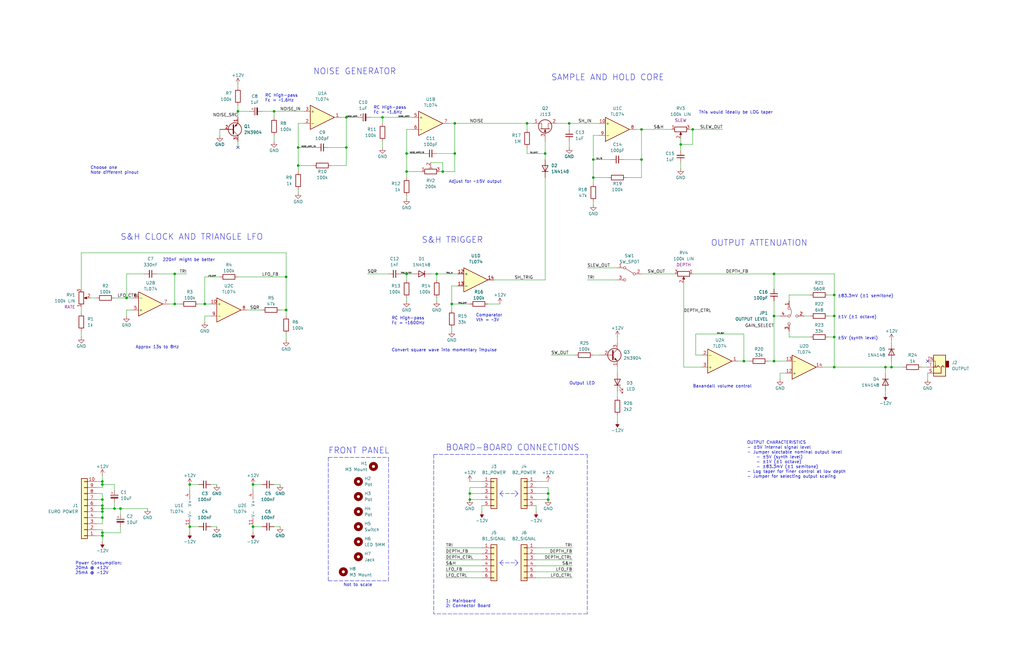
<source format=kicad_sch>
(kicad_sch (version 20211123) (generator eeschema)
  (paper "USLedger")
  (lib_symbols
    (symbol "Amplifier_Operational:TL074" (pin_names (offset 0.127))
      (property "Reference" "U" (at 0 5.08 0))
      (property "Value" "TL074" (at 0 -5.08 0))
      (symbol "TL074_1_1"
        (pin output line (at 7.62 0 180) (length 2.54) (name "~") (number "1"))
        (pin input line (at -7.62 -2.54 0) (length 2.54) (name "-") (number "2"))
        (pin input line (at -7.62 2.54 0) (length 2.54) (name "+") (number "3"))
      )
      (symbol "TL074_2_1"
        (pin input line (at -7.62 2.54 0) (length 2.54) (name "+") (number "5"))
        (pin input line (at -7.62 -2.54 0) (length 2.54) (name "-") (number "6"))
        (pin output line (at 7.62 0 180) (length 2.54) (name "~") (number "7"))
      )
      (symbol "TL074_3_1"
        (pin input line (at -7.62 2.54 0) (length 2.54) (name "+") (number "10"))
        (pin output line (at 7.62 0 180) (length 2.54) (name "~") (number "8"))
        (pin input line (at -7.62 -2.54 0) (length 2.54) (name "-") (number "9"))
      )
      (symbol "TL074_4_1"
        (pin input line (at -7.62 2.54 0) (length 2.54) (name "+") (number "12"))
        (pin input line (at -7.62 -2.54 0) (length 2.54) (name "-") (number "13"))
        (pin output line (at 7.62 0 180) (length 2.54) (name "~") (number "14"))
      )
      (symbol "TL074_5_1"
        (pin power_in line (at -2.54 -7.62 90) (length 3.81) (name "V-") (number "11"))
        (pin power_in line (at -2.54 7.62 270) (length 3.81) (name "V+") (number "4"))
      )
    )
    (symbol "Connector:AudioJack2_SwitchT"
      (property "Reference" "J" (at 0 8.89 0))
      (property "Value" "AudioJack2_SwitchT" (at 0 6.35 0))
      (symbol "AudioJack2_SwitchT_1_1"
        (pin passive line (at 5.08 2.54 180) (length 2.54) (name "~") (number "S"))
        (pin passive line (at 5.08 0 180) (length 2.54) (name "~") (number "T"))
        (pin passive line (at 5.08 -2.54 180) (length 2.54) (name "~") (number "TN"))
      )
    )
    (symbol "Connector_Generic:Conn_01x05" (pin_names (offset 1.016) hide)
      (property "Reference" "J" (at 0 7.62 0))
      (property "Value" "Conn_01x05" (at 0 -7.62 0))
      (symbol "Conn_01x05_1_1"
        (pin passive line (at -5.08 5.08 0) (length 3.81) (name "Pin_1") (number "1"))
        (pin passive line (at -5.08 2.54 0) (length 3.81) (name "Pin_2") (number "2"))
        (pin passive line (at -5.08 0 0) (length 3.81) (name "Pin_3") (number "3"))
        (pin passive line (at -5.08 -2.54 0) (length 3.81) (name "Pin_4") (number "4"))
        (pin passive line (at -5.08 -5.08 0) (length 3.81) (name "Pin_5") (number "5"))
      )
    )
    (symbol "Connector_Generic:Conn_01x06" (pin_names (offset 1.016) hide)
      (property "Reference" "J" (at 0 7.62 0))
      (property "Value" "Conn_01x06" (at 0 -10.16 0))
      (symbol "Conn_01x06_1_1"
        (pin passive line (at -5.08 5.08 0) (length 3.81) (name "Pin_1") (number "1"))
        (pin passive line (at -5.08 2.54 0) (length 3.81) (name "Pin_2") (number "2"))
        (pin passive line (at -5.08 0 0) (length 3.81) (name "Pin_3") (number "3"))
        (pin passive line (at -5.08 -2.54 0) (length 3.81) (name "Pin_4") (number "4"))
        (pin passive line (at -5.08 -5.08 0) (length 3.81) (name "Pin_5") (number "5"))
        (pin passive line (at -5.08 -7.62 0) (length 3.81) (name "Pin_6") (number "6"))
      )
    )
    (symbol "Connector_Generic:Conn_01x10" (pin_names (offset 1.016) hide)
      (property "Reference" "J" (at 0 12.7 0))
      (property "Value" "Conn_01x10" (at 0 -15.24 0))
      (symbol "Conn_01x10_1_1"
        (pin passive line (at -5.08 10.16 0) (length 3.81) (name "Pin_1") (number "1"))
        (pin passive line (at -5.08 -12.7 0) (length 3.81) (name "Pin_10") (number "10"))
        (pin passive line (at -5.08 7.62 0) (length 3.81) (name "Pin_2") (number "2"))
        (pin passive line (at -5.08 5.08 0) (length 3.81) (name "Pin_3") (number "3"))
        (pin passive line (at -5.08 2.54 0) (length 3.81) (name "Pin_4") (number "4"))
        (pin passive line (at -5.08 0 0) (length 3.81) (name "Pin_5") (number "5"))
        (pin passive line (at -5.08 -2.54 0) (length 3.81) (name "Pin_6") (number "6"))
        (pin passive line (at -5.08 -5.08 0) (length 3.81) (name "Pin_7") (number "7"))
        (pin passive line (at -5.08 -7.62 0) (length 3.81) (name "Pin_8") (number "8"))
        (pin passive line (at -5.08 -10.16 0) (length 3.81) (name "Pin_9") (number "9"))
      )
    )
    (symbol "Device:C_Polarized_Small" (pin_numbers hide) (pin_names (offset 0.254) hide)
      (property "Reference" "C" (at 0.254 1.778 0))
      (property "Value" "C_Polarized_Small" (at 0.254 -2.032 0))
      (symbol "C_Polarized_Small_1_1"
        (pin passive line (at 0 2.54 270) (length 1.8542) (name "~") (number "1"))
        (pin passive line (at 0 -2.54 90) (length 1.8542) (name "~") (number "2"))
      )
    )
    (symbol "Device:C_Small" (pin_numbers hide) (pin_names (offset 0.254) hide)
      (property "Reference" "C" (at 0.254 1.778 0))
      (property "Value" "C_Small" (at 0.254 -2.032 0))
      (symbol "C_Small_1_1"
        (pin passive line (at 0 2.54 270) (length 2.032) (name "~") (number "1"))
        (pin passive line (at 0 -2.54 90) (length 2.032) (name "~") (number "2"))
      )
    )
    (symbol "Device:D" (pin_numbers hide) (pin_names (offset 1.016) hide)
      (property "Reference" "D" (at 0 2.54 0))
      (property "Value" "D" (at 0 -2.54 0))
      (symbol "D_1_1"
        (pin passive line (at -3.81 0 0) (length 2.54) (name "K") (number "1"))
        (pin passive line (at 3.81 0 180) (length 2.54) (name "A") (number "2"))
      )
    )
    (symbol "Device:LED" (pin_numbers hide) (pin_names (offset 1.016) hide)
      (property "Reference" "D" (at 0 2.54 0))
      (property "Value" "LED" (at 0 -2.54 0))
      (symbol "LED_1_1"
        (pin passive line (at -3.81 0 0) (length 2.54) (name "K") (number "1"))
        (pin passive line (at 3.81 0 180) (length 2.54) (name "A") (number "2"))
      )
    )
    (symbol "Device:Q_NJFET_DSG" (pin_names (offset 0) hide)
      (property "Reference" "Q" (at 5.08 1.27 0))
      (property "Value" "Q_NJFET_DSG" (at 5.08 -1.27 0))
      (symbol "Q_NJFET_DSG_1_1"
        (pin passive line (at 2.54 5.08 270) (length 2.54) (name "D") (number "1"))
        (pin passive line (at 2.54 -5.08 90) (length 2.54) (name "S") (number "2"))
        (pin input line (at -5.08 0 0) (length 5.334) (name "G") (number "3"))
      )
    )
    (symbol "Device:R" (pin_numbers hide) (pin_names (offset 0))
      (property "Reference" "R" (at 2.032 0 90))
      (property "Value" "R" (at 0 0 90))
      (symbol "R_1_1"
        (pin passive line (at 0 3.81 270) (length 1.27) (name "~") (number "1"))
        (pin passive line (at 0 -3.81 90) (length 1.27) (name "~") (number "2"))
      )
    )
    (symbol "Device:R_Potentiometer" (pin_names (offset 1.016) hide)
      (property "Reference" "RV" (at -4.445 0 90))
      (property "Value" "R_Potentiometer" (at -2.54 0 90))
      (symbol "R_Potentiometer_1_1"
        (pin passive line (at 0 3.81 270) (length 1.27) (name "1") (number "1"))
        (pin passive line (at 3.81 0 180) (length 1.27) (name "2") (number "2"))
        (pin passive line (at 0 -3.81 90) (length 1.27) (name "3") (number "3"))
      )
    )
    (symbol "Device:R_Potentiometer_Trim" (pin_names (offset 1.016) hide)
      (property "Reference" "RV" (at -4.445 0 90))
      (property "Value" "R_Potentiometer_Trim" (at -2.54 0 90))
      (symbol "R_Potentiometer_Trim_1_1"
        (pin passive line (at 0 3.81 270) (length 1.27) (name "1") (number "1"))
        (pin passive line (at 3.81 0 180) (length 1.27) (name "2") (number "2"))
        (pin passive line (at 0 -3.81 90) (length 1.27) (name "3") (number "3"))
      )
    )
    (symbol "Mechanical:MountingHole" (pin_names (offset 1.016))
      (property "Reference" "H" (at 0 5.08 0))
      (property "Value" "MountingHole" (at 0 3.175 0))
    )
    (symbol "Switch:SW_SPDT" (pin_names (offset 0) hide)
      (property "Reference" "SW" (at 0 4.318 0))
      (property "Value" "SW_SPDT" (at 0 -5.08 0))
      (symbol "SW_SPDT_1_1"
        (pin passive line (at 5.08 2.54 180) (length 2.54) (name "A") (number "1"))
        (pin passive line (at -5.08 0 0) (length 2.54) (name "B") (number "2"))
        (pin passive line (at 5.08 -2.54 180) (length 2.54) (name "C") (number "3"))
      )
    )
    (symbol "Transistor_BJT:2N3904" (pin_names (offset 0) hide)
      (property "Reference" "Q" (at 5.08 1.905 0))
      (property "Value" "2N3904" (at 5.08 0 0))
      (symbol "2N3904_1_1"
        (pin passive line (at 2.54 -5.08 90) (length 2.54) (name "E") (number "1"))
        (pin passive line (at -5.08 0 0) (length 5.715) (name "B") (number "2"))
        (pin passive line (at 2.54 5.08 270) (length 2.54) (name "C") (number "3"))
      )
    )
    (symbol "kosmo-lib:Jumper_3_to_1" (pin_names (offset 0) hide)
      (property "Reference" "JP" (at 0 -8.89 0))
      (property "Value" "Jumper_3_to_1" (at 0 -10.795 0))
      (symbol "Jumper_3_to_1_1_1"
        (pin passive line (at 0 6.35 270) (length 2.54) (name "A") (number "1"))
        (pin passive line (at 6.35 0 180) (length 2.54) (name "C") (number "2"))
        (pin passive line (at 0 -6.35 90) (length 2.54) (name "B") (number "3"))
        (pin passive line (at -3.81 0 0) (length 2.54) (name "C") (number "4"))
      )
    )
    (symbol "power:+12V" (power) (pin_names (offset 0))
      (property "Value" "+12V" (at 0 3.556 0))
      (symbol "+12V_1_1"
        (pin power_in line (at 0 0 90) (length 0) hide (name "+12V") (number "1"))
      )
    )
    (symbol "power:-12V" (power) (pin_names (offset 0))
      (property "Value" "-12V" (at 0 3.81 0))
      (symbol "-12V_0_0"
        (pin power_in line (at 0 0 90) (length 0) hide (name "-12V") (number "1"))
      )
    )
    (symbol "power:GND" (power) (pin_names (offset 0))
      (property "Value" "GND" (at 0 -3.81 0))
      (symbol "GND_1_1"
        (pin power_in line (at 0 0 270) (length 0) hide (name "GND") (number "1"))
      )
    )
  )
  (junction (at 326.39 133.35))
  (junction (at 106.68 222.25))
  (junction (at 43.18 204.47))
  (junction (at 146.05 62.23))
  (junction (at 231.14 210.82))
  (junction (at 351.79 133.35))
  (junction (at 171.45 72.39))
  (junction (at 161.29 49.53))
  (junction (at 326.39 152.4))
  (junction (at 270.51 54.61))
  (junction (at 184.15 115.57))
  (junction (at 80.01 222.25))
  (junction (at 43.18 210.82))
  (junction (at 53.34 125.73))
  (junction (at 351.79 142.24))
  (junction (at 43.18 214.63))
  (junction (at 198.12 208.28))
  (junction (at 125.73 62.23))
  (junction (at 287.02 60.96))
  (junction (at 326.39 115.57))
  (junction (at 250.19 67.31))
  (junction (at 43.18 213.36))
  (junction (at 115.57 46.99))
  (junction (at 313.69 152.4))
  (junction (at 43.18 203.2))
  (junction (at 171.45 64.77))
  (junction (at 250.19 74.93))
  (junction (at 240.03 52.07))
  (junction (at 43.18 226.06))
  (junction (at 80.01 204.47))
  (junction (at 373.38 154.94))
  (junction (at 86.36 128.27))
  (junction (at 231.14 208.28))
  (junction (at 191.77 64.77))
  (junction (at 375.92 154.94))
  (junction (at 43.18 224.79))
  (junction (at 73.66 115.57))
  (junction (at 351.79 124.46))
  (junction (at 186.69 72.39))
  (junction (at 222.25 52.07))
  (junction (at 190.5 128.27))
  (junction (at 198.12 210.82))
  (junction (at 191.77 52.07))
  (junction (at 106.68 204.47))
  (junction (at 171.45 115.57))
  (junction (at 292.1 54.61))
  (junction (at 120.65 130.81))
  (junction (at 125.73 69.85))
  (junction (at 270.51 67.31))
  (junction (at 229.87 64.77))
  (junction (at 351.79 154.94))
  (junction (at 100.33 46.99))
  (junction (at 50.8 214.63))
  (junction (at 43.18 218.44))
  (junction (at 146.05 49.53))
  (junction (at 48.26 214.63))
  (junction (at 120.65 116.84))
  (junction (at 73.66 128.27))
  (junction (at 43.18 215.9))
  (no_connect (at 391.16 152.4))
  (no_connect (at 100.33 62.23))
  (wire (pts (xy 73.66 115.57) (xy 78.74 115.57)))
  (wire (pts (xy 332.74 127) (xy 332.74 124.46)))
  (wire (pts (xy 391.16 157.48) (xy 391.16 160.02)))
  (wire (pts (xy 161.29 49.53) (xy 161.29 52.07)))
  (wire (pts (xy 231.14 208.28) (xy 226.06 208.28)))
  (wire (pts (xy 66.04 115.57) (xy 73.66 115.57)))
  (wire (pts (xy 34.29 139.7) (xy 34.29 142.24)))
  (wire (pts (xy 53.34 130.81) (xy 53.34 133.35)))
  (wire (pts (xy 326.39 115.57) (xy 351.79 115.57)))
  (wire (pts (xy 326.39 127) (xy 326.39 133.35)))
  (wire (pts (xy 120.65 133.35) (xy 120.65 130.81)))
  (wire (pts (xy 146.05 49.53) (xy 146.05 62.23)))
  (wire (pts (xy 40.64 220.98) (xy 43.18 220.98)))
  (wire (pts (xy 48.26 214.63) (xy 50.8 214.63)))
  (wire (pts (xy 231.14 205.74) (xy 231.14 208.28)))
  (wire (pts (xy 171.45 72.39) (xy 171.45 74.93)))
  (polyline (pts (xy 210.82 208.28) (xy 212.09 207.01)))
  (wire (pts (xy 346.71 154.94) (xy 351.79 154.94)))
  (wire (pts (xy 373.38 165.1) (xy 373.38 166.37)))
  (wire (pts (xy 250.19 74.93) (xy 250.19 77.47)))
  (wire (pts (xy 222.25 64.77) (xy 229.87 64.77)))
  (wire (pts (xy 115.57 222.25) (xy 118.11 222.25)))
  (wire (pts (xy 115.57 204.47) (xy 118.11 204.47)))
  (wire (pts (xy 83.82 128.27) (xy 86.36 128.27)))
  (wire (pts (xy 351.79 133.35) (xy 351.79 124.46)))
  (wire (pts (xy 292.1 54.61) (xy 304.8 54.61)))
  (wire (pts (xy 339.09 133.35) (xy 341.63 133.35)))
  (wire (pts (xy 80.01 207.01) (xy 80.01 204.47)))
  (wire (pts (xy 115.57 46.99) (xy 128.27 46.99)))
  (wire (pts (xy 351.79 154.94) (xy 373.38 154.94)))
  (wire (pts (xy 185.42 72.39) (xy 186.69 72.39)))
  (wire (pts (xy 240.03 52.07) (xy 252.73 52.07)))
  (wire (pts (xy 288.29 119.38) (xy 288.29 154.94)))
  (wire (pts (xy 351.79 154.94) (xy 351.79 142.24)))
  (polyline (pts (xy 217.17 207.01) (xy 218.44 208.28)))
  (wire (pts (xy 293.37 140.97) (xy 313.69 140.97)))
  (wire (pts (xy 53.34 125.73) (xy 53.34 115.57)))
  (wire (pts (xy 226.06 205.74) (xy 231.14 205.74)))
  (wire (pts (xy 260.35 154.94) (xy 260.35 157.48)))
  (wire (pts (xy 250.19 149.86) (xy 252.73 149.86)))
  (wire (pts (xy 240.03 52.07) (xy 240.03 54.61)))
  (wire (pts (xy 86.36 116.84) (xy 92.71 116.84)))
  (wire (pts (xy 50.8 222.25) (xy 50.8 224.79)))
  (wire (pts (xy 231.14 208.28) (xy 231.14 210.82)))
  (wire (pts (xy 250.19 57.15) (xy 250.19 67.31)))
  (wire (pts (xy 43.18 203.2) (xy 43.18 204.47)))
  (wire (pts (xy 171.45 115.57) (xy 173.99 115.57)))
  (wire (pts (xy 203.2 213.36) (xy 203.2 215.9)))
  (wire (pts (xy 125.73 69.85) (xy 125.73 72.39)))
  (wire (pts (xy 106.68 222.25) (xy 110.49 222.25)))
  (wire (pts (xy 186.69 68.58) (xy 186.69 72.39)))
  (wire (pts (xy 267.97 54.61) (xy 270.51 54.61)))
  (wire (pts (xy 184.15 125.73) (xy 184.15 127)))
  (wire (pts (xy 351.79 142.24) (xy 349.25 142.24)))
  (polyline (pts (xy 210.82 237.49) (xy 218.44 237.49)))
  (wire (pts (xy 292.1 115.57) (xy 326.39 115.57)))
  (wire (pts (xy 260.35 165.1) (xy 260.35 167.64)))
  (polyline (pts (xy 138.43 193.04) (xy 138.43 245.11)))
  (wire (pts (xy 40.64 203.2) (xy 43.18 203.2)))
  (wire (pts (xy 168.91 115.57) (xy 171.45 115.57)))
  (wire (pts (xy 332.74 139.7) (xy 332.74 142.24)))
  (wire (pts (xy 43.18 224.79) (xy 43.18 223.52)))
  (wire (pts (xy 287.02 60.96) (xy 287.02 58.42)))
  (wire (pts (xy 43.18 214.63) (xy 43.18 213.36)))
  (wire (pts (xy 53.34 115.57) (xy 60.96 115.57)))
  (wire (pts (xy 226.06 213.36) (xy 226.06 215.9)))
  (wire (pts (xy 146.05 69.85) (xy 139.7 69.85)))
  (wire (pts (xy 328.93 157.48) (xy 331.47 157.48)))
  (wire (pts (xy 222.25 62.23) (xy 222.25 64.77)))
  (wire (pts (xy 326.39 115.57) (xy 326.39 121.92)))
  (polyline (pts (xy 210.82 237.49) (xy 212.09 238.76)))
  (wire (pts (xy 190.5 128.27) (xy 190.5 130.81)))
  (polyline (pts (xy 217.17 236.22) (xy 218.44 237.49)))
  (wire (pts (xy 50.8 214.63) (xy 62.23 214.63)))
  (wire (pts (xy 184.15 115.57) (xy 193.04 115.57)))
  (wire (pts (xy 349.25 133.35) (xy 351.79 133.35)))
  (wire (pts (xy 191.77 52.07) (xy 222.25 52.07)))
  (wire (pts (xy 187.96 241.3) (xy 203.2 241.3)))
  (wire (pts (xy 100.33 44.45) (xy 100.33 46.99)))
  (wire (pts (xy 88.9 133.35) (xy 86.36 133.35)))
  (wire (pts (xy 86.36 128.27) (xy 88.9 128.27)))
  (polyline (pts (xy 217.17 238.76) (xy 218.44 237.49)))
  (wire (pts (xy 88.9 222.25) (xy 91.44 222.25)))
  (wire (pts (xy 270.51 74.93) (xy 264.16 74.93)))
  (wire (pts (xy 100.33 35.56) (xy 100.33 36.83)))
  (wire (pts (xy 323.85 152.4) (xy 326.39 152.4)))
  (wire (pts (xy 229.87 64.77) (xy 229.87 59.69)))
  (polyline (pts (xy 247.65 191.77) (xy 247.65 259.08)))
  (wire (pts (xy 231.14 210.82) (xy 226.06 210.82)))
  (wire (pts (xy 34.29 129.54) (xy 34.29 132.08)))
  (wire (pts (xy 388.62 154.94) (xy 391.16 154.94)))
  (wire (pts (xy 115.57 46.99) (xy 115.57 49.53)))
  (wire (pts (xy 73.66 115.57) (xy 73.66 128.27)))
  (polyline (pts (xy 247.65 259.08) (xy 182.88 259.08)))
  (polyline (pts (xy 182.88 191.77) (xy 182.88 259.08)))
  (wire (pts (xy 48.26 204.47) (xy 43.18 204.47)))
  (wire (pts (xy 161.29 49.53) (xy 173.99 49.53)))
  (wire (pts (xy 171.45 64.77) (xy 179.07 64.77)))
  (wire (pts (xy 247.65 118.11) (xy 260.35 118.11)))
  (wire (pts (xy 250.19 85.09) (xy 250.19 86.36)))
  (wire (pts (xy 241.3 236.22) (xy 226.06 236.22)))
  (wire (pts (xy 234.95 52.07) (xy 240.03 52.07)))
  (wire (pts (xy 181.61 115.57) (xy 184.15 115.57)))
  (wire (pts (xy 287.02 68.58) (xy 287.02 71.12)))
  (wire (pts (xy 43.18 226.06) (xy 43.18 228.6)))
  (wire (pts (xy 43.18 210.82) (xy 43.18 208.28)))
  (polyline (pts (xy 210.82 208.28) (xy 212.09 209.55)))
  (wire (pts (xy 373.38 154.94) (xy 373.38 157.48)))
  (wire (pts (xy 171.45 64.77) (xy 171.45 72.39)))
  (wire (pts (xy 375.92 152.4) (xy 375.92 154.94)))
  (wire (pts (xy 125.73 52.07) (xy 125.73 62.23)))
  (wire (pts (xy 328.93 160.02) (xy 328.93 157.48)))
  (wire (pts (xy 270.51 115.57) (xy 284.48 115.57)))
  (wire (pts (xy 241.3 231.14) (xy 226.06 231.14)))
  (wire (pts (xy 351.79 115.57) (xy 351.79 124.46)))
  (wire (pts (xy 292.1 54.61) (xy 290.83 54.61)))
  (wire (pts (xy 287.02 60.96) (xy 287.02 63.5)))
  (polyline (pts (xy 163.83 245.11) (xy 163.83 193.04)))
  (wire (pts (xy 40.64 210.82) (xy 43.18 210.82)))
  (wire (pts (xy 203.2 205.74) (xy 198.12 205.74)))
  (wire (pts (xy 80.01 222.25) (xy 80.01 224.79)))
  (wire (pts (xy 118.11 130.81) (xy 120.65 130.81)))
  (wire (pts (xy 171.45 125.73) (xy 171.45 127)))
  (wire (pts (xy 190.5 138.43) (xy 190.5 139.7)))
  (wire (pts (xy 241.3 243.84) (xy 226.06 243.84)))
  (polyline (pts (xy 210.82 208.28) (xy 218.44 208.28)))
  (wire (pts (xy 292.1 60.96) (xy 292.1 54.61)))
  (wire (pts (xy 288.29 154.94) (xy 295.91 154.94)))
  (wire (pts (xy 262.89 67.31) (xy 270.51 67.31)))
  (wire (pts (xy 193.04 120.65) (xy 190.5 120.65)))
  (wire (pts (xy 241.3 233.68) (xy 226.06 233.68)))
  (wire (pts (xy 43.18 200.66) (xy 43.18 203.2)))
  (wire (pts (xy 146.05 49.53) (xy 151.13 49.53)))
  (wire (pts (xy 205.74 128.27) (xy 210.82 128.27)))
  (wire (pts (xy 125.73 52.07) (xy 128.27 52.07)))
  (wire (pts (xy 224.79 52.07) (xy 222.25 52.07)))
  (wire (pts (xy 313.69 152.4) (xy 316.23 152.4)))
  (wire (pts (xy 86.36 133.35) (xy 86.36 135.89)))
  (wire (pts (xy 43.18 218.44) (xy 43.18 215.9)))
  (polyline (pts (xy 182.88 191.77) (xy 247.65 191.77)))
  (wire (pts (xy 313.69 152.4) (xy 311.15 152.4)))
  (wire (pts (xy 184.15 115.57) (xy 184.15 118.11)))
  (wire (pts (xy 48.26 214.63) (xy 48.26 212.09)))
  (wire (pts (xy 43.18 208.28) (xy 40.64 208.28)))
  (wire (pts (xy 171.45 115.57) (xy 171.45 118.11)))
  (wire (pts (xy 40.64 223.52) (xy 43.18 223.52)))
  (wire (pts (xy 229.87 74.93) (xy 229.87 118.11)))
  (wire (pts (xy 48.26 125.73) (xy 53.34 125.73)))
  (wire (pts (xy 40.64 218.44) (xy 43.18 218.44)))
  (wire (pts (xy 250.19 57.15) (xy 252.73 57.15)))
  (wire (pts (xy 40.64 215.9) (xy 43.18 215.9)))
  (wire (pts (xy 184.15 64.77) (xy 191.77 64.77)))
  (wire (pts (xy 43.18 220.98) (xy 43.18 218.44)))
  (wire (pts (xy 120.65 106.68) (xy 34.29 106.68)))
  (wire (pts (xy 181.61 68.58) (xy 186.69 68.58)))
  (wire (pts (xy 191.77 64.77) (xy 191.77 72.39)))
  (wire (pts (xy 43.18 204.47) (xy 43.18 205.74)))
  (wire (pts (xy 73.66 128.27) (xy 71.12 128.27)))
  (wire (pts (xy 100.33 49.53) (xy 100.33 46.99)))
  (wire (pts (xy 208.28 118.11) (xy 229.87 118.11)))
  (wire (pts (xy 120.65 143.51) (xy 120.65 140.97)))
  (wire (pts (xy 198.12 203.2) (xy 203.2 203.2)))
  (wire (pts (xy 293.37 149.86) (xy 293.37 140.97)))
  (wire (pts (xy 250.19 67.31) (xy 250.19 74.93)))
  (wire (pts (xy 186.69 72.39) (xy 191.77 72.39)))
  (wire (pts (xy 50.8 217.17) (xy 50.8 214.63)))
  (wire (pts (xy 80.01 222.25) (xy 83.82 222.25)))
  (polyline (pts (xy 138.43 245.11) (xy 163.83 245.11)))
  (wire (pts (xy 43.18 214.63) (xy 48.26 214.63)))
  (wire (pts (xy 187.96 231.14) (xy 203.2 231.14)))
  (wire (pts (xy 34.29 106.68) (xy 34.29 121.92)))
  (wire (pts (xy 88.9 204.47) (xy 91.44 204.47)))
  (wire (pts (xy 100.33 62.23) (xy 100.33 59.69)))
  (wire (pts (xy 125.73 62.23) (xy 133.35 62.23)))
  (wire (pts (xy 146.05 62.23) (xy 146.05 69.85)))
  (wire (pts (xy 106.68 204.47) (xy 110.49 204.47)))
  (wire (pts (xy 115.57 57.15) (xy 115.57 59.69)))
  (wire (pts (xy 270.51 67.31) (xy 270.51 74.93)))
  (wire (pts (xy 313.69 140.97) (xy 313.69 152.4)))
  (wire (pts (xy 198.12 210.82) (xy 203.2 210.82)))
  (wire (pts (xy 100.33 116.84) (xy 120.65 116.84)))
  (wire (pts (xy 260.35 142.24) (xy 260.35 144.78)))
  (wire (pts (xy 154.94 115.57) (xy 163.83 115.57)))
  (wire (pts (xy 332.74 124.46) (xy 341.63 124.46)))
  (wire (pts (xy 43.18 224.79) (xy 50.8 224.79)))
  (wire (pts (xy 198.12 208.28) (xy 198.12 210.82)))
  (wire (pts (xy 187.96 233.68) (xy 203.2 233.68)))
  (wire (pts (xy 247.65 113.03) (xy 260.35 113.03)))
  (wire (pts (xy 189.23 52.07) (xy 191.77 52.07)))
  (wire (pts (xy 100.33 46.99) (xy 105.41 46.99)))
  (wire (pts (xy 110.49 46.99) (xy 115.57 46.99)))
  (wire (pts (xy 351.79 124.46) (xy 349.25 124.46)))
  (wire (pts (xy 295.91 149.86) (xy 293.37 149.86)))
  (wire (pts (xy 171.45 54.61) (xy 173.99 54.61)))
  (wire (pts (xy 287.02 60.96) (xy 292.1 60.96)))
  (wire (pts (xy 40.64 213.36) (xy 43.18 213.36)))
  (wire (pts (xy 191.77 52.07) (xy 191.77 64.77)))
  (wire (pts (xy 40.64 226.06) (xy 43.18 226.06)))
  (wire (pts (xy 86.36 128.27) (xy 86.36 116.84)))
  (wire (pts (xy 231.14 203.2) (xy 226.06 203.2)))
  (wire (pts (xy 171.45 54.61) (xy 171.45 64.77)))
  (wire (pts (xy 138.43 62.23) (xy 146.05 62.23)))
  (wire (pts (xy 241.3 238.76) (xy 226.06 238.76)))
  (wire (pts (xy 43.18 226.06) (xy 43.18 224.79)))
  (wire (pts (xy 132.08 69.85) (xy 125.73 69.85)))
  (wire (pts (xy 373.38 154.94) (xy 375.92 154.94)))
  (wire (pts (xy 53.34 125.73) (xy 55.88 125.73)))
  (wire (pts (xy 106.68 222.25) (xy 106.68 224.79)))
  (wire (pts (xy 73.66 128.27) (xy 76.2 128.27)))
  (wire (pts (xy 270.51 54.61) (xy 283.21 54.61)))
  (wire (pts (xy 177.8 72.39) (xy 171.45 72.39)))
  (wire (pts (xy 106.68 207.01) (xy 106.68 204.47)))
  (wire (pts (xy 240.03 59.69) (xy 240.03 62.23)))
  (wire (pts (xy 80.01 204.47) (xy 83.82 204.47)))
  (wire (pts (xy 332.74 142.24) (xy 341.63 142.24)))
  (wire (pts (xy 232.41 149.86) (xy 242.57 149.86)))
  (wire (pts (xy 48.26 207.01) (xy 48.26 204.47)))
  (wire (pts (xy 375.92 154.94) (xy 381 154.94)))
  (wire (pts (xy 104.14 130.81) (xy 110.49 130.81)))
  (wire (pts (xy 120.65 116.84) (xy 120.65 130.81)))
  (wire (pts (xy 351.79 142.24) (xy 351.79 133.35)))
  (wire (pts (xy 43.18 215.9) (xy 43.18 214.63)))
  (wire (pts (xy 190.5 120.65) (xy 190.5 128.27)))
  (wire (pts (xy 187.96 238.76) (xy 203.2 238.76)))
  (wire (pts (xy 328.93 133.35) (xy 326.39 133.35)))
  (wire (pts (xy 125.73 62.23) (xy 125.73 69.85)))
  (wire (pts (xy 43.18 205.74) (xy 40.64 205.74)))
  (wire (pts (xy 171.45 82.55) (xy 171.45 83.82)))
  (wire (pts (xy 326.39 133.35) (xy 326.39 152.4)))
  (wire (pts (xy 92.71 54.61) (xy 92.71 57.15)))
  (wire (pts (xy 156.21 49.53) (xy 161.29 49.53)))
  (wire (pts (xy 43.18 213.36) (xy 43.18 210.82)))
  (wire (pts (xy 270.51 54.61) (xy 270.51 67.31)))
  (wire (pts (xy 198.12 205.74) (xy 198.12 208.28)))
  (polyline (pts (xy 210.82 237.49) (xy 212.09 236.22)))
  (wire (pts (xy 241.3 241.3) (xy 226.06 241.3)))
  (wire (pts (xy 146.05 49.53) (xy 143.51 49.53)))
  (wire (pts (xy 260.35 175.26) (xy 260.35 177.8)))
  (wire (pts (xy 198.12 208.28) (xy 203.2 208.28)))
  (wire (pts (xy 120.65 106.68) (xy 120.65 116.84)))
  (wire (pts (xy 125.73 80.01) (xy 125.73 81.28)))
  (wire (pts (xy 38.1 125.73) (xy 40.64 125.73)))
  (wire (pts (xy 222.25 52.07) (xy 222.25 54.61)))
  (wire (pts (xy 229.87 64.77) (xy 229.87 67.31)))
  (wire (pts (xy 326.39 152.4) (xy 331.47 152.4)))
  (wire (pts (xy 55.88 130.81) (xy 53.34 130.81)))
  (wire (pts (xy 187.96 243.84) (xy 203.2 243.84)))
  (wire (pts (xy 250.19 67.31) (xy 257.81 67.31)))
  (wire (pts (xy 375.92 143.51) (xy 375.92 144.78)))
  (wire (pts (xy 190.5 128.27) (xy 198.12 128.27)))
  (wire (pts (xy 187.96 236.22) (xy 203.2 236.22)))
  (wire (pts (xy 161.29 59.69) (xy 161.29 62.23)))
  (polyline (pts (xy 217.17 209.55) (xy 218.44 208.28)))
  (polyline (pts (xy 138.43 193.04) (xy 163.83 193.04)))
  (wire (pts (xy 256.54 74.93) (xy 250.19 74.93)))
  (text "Power Consumption:\n20mA @ +12V\n25mA @ -12V" (at 31.75 242.57 0) (effects (font (size 1.27 1.27)) (justify left bottom)))
  (text "OUTPUT CHARACTERISTICS\n- ±5V internal signal level\n- Jumper slectable nominal output level\n    - ±5V (synth level)\n    - ±1V (±1 octave)\n    - ±83.3mV (±1 semitone)\n- Log taper for finer control at low depth\n- Jumper for selecting output scaling" (at 314.96 201.93 0) (effects (font (size 1.27 1.27)) (justify left bottom)))
  (text "Not to scale" (at 144.78 247.65 0) (effects (font (size 1.27 1.27)) (justify left bottom)))
  (text "This would ideally be LOG taper" (at 294.64 48.26 0) (effects (font (size 1.27 1.27)) (justify left bottom)))
  (text "Choose one\nNote different pinout" (at 38.1 73.66 0) (effects (font (size 1.27 1.27)) (justify left bottom)))
  (text "±5V (synth level)" (at 353.06 143.51 0) (effects (font (size 1.27 1.27)) (justify left bottom)))
  (text "NOISE GENERATOR" (at 132.08 31.75 0) (effects (font (size 2.54 2.54)) (justify left bottom)))
  (text "RC High-pass\nFc = ~1.6Hz" (at 157.48 48.26 0) (effects (font (size 1.27 1.27)) (justify left bottom)))
  (text "RC High-pass\nFc = ~1.6Hz" (at 111.76 43.18 0) (effects (font (size 1.27 1.27)) (justify left bottom)))
  (text "Approx 13s to 8Hz" (at 57.15 147.32 0) (effects (font (size 1.27 1.27)) (justify left bottom)))
  (text "Output LED" (at 240.03 162.56 0) (effects (font (size 1.27 1.27)) (justify left bottom)))
  (text "RC High-pass\nFc = ~1600Hz" (at 165.1 137.16 0) (effects (font (size 1.27 1.27)) (justify left bottom)))
  (text "±83.3mV (±1 semitone)" (at 353.06 125.73 0) (effects (font (size 1.27 1.27)) (justify left bottom)))
  (text "S&H TRIGGER" (at 177.8 102.87 0) (effects (font (size 2.54 2.54)) (justify left bottom)))
  (text "Convert square wave into momentary impulse" (at 165.1 148.59 0) (effects (font (size 1.27 1.27)) (justify left bottom)))
  (text "1: Mainboard\n2: Connector Board" (at 187.96 256.54 0) (effects (font (size 1.27 1.27)) (justify left bottom)))
  (text "220nF might be better" (at 68.58 110.49 0) (effects (font (size 1.27 1.27)) (justify left bottom)))
  (text "±1V (±1 octave)" (at 353.06 134.62 0) (effects (font (size 1.27 1.27)) (justify left bottom)))
  (text "OUTPUT ATTENUATION" (at 299.72 104.14 0) (effects (font (size 2.54 2.54)) (justify left bottom)))
  (text "Adjust for ~±5V output" (at 189.23 77.47 0) (effects (font (size 1.27 1.27)) (justify left bottom)))
  (text "Baxandall volume control" (at 292.1 163.83 0) (effects (font (size 1.27 1.27)) (justify left bottom)))
  (text "FRONT PANEL" (at 138.43 191.77 0) (effects (font (size 2.54 2.54)) (justify left bottom)))
  (text "BOARD-BOARD CONNECTIONS" (at 187.96 190.5 0) (effects (font (size 2.54 2.54)) (justify left bottom)))
  (text "S&H CLOCK AND TRIANGLE LFO" (at 50.8 101.6 0) (effects (font (size 2.54 2.54)) (justify left bottom)))
  (text "Comparator\nVth = ~3V" (at 200.66 135.89 0) (effects (font (size 1.27 1.27)) (justify left bottom)))
  (text "SAMPLE AND HOLD CORE" (at 232.41 34.29 0) (effects (font (size 2.54 2.54)) (justify left bottom)))
  (label "SH_GATE" (at 223.52 64.77 0) (effects (font (size 0.508 0.508))))
  (label "DEPTH_CTRL" (at 241.3 236.22 180))
  (label "GAIN_SELECT" (at 326.39 138.43 180))
  (label "NOISE_IN" (at 118.11 46.99 0))
  (label "NOISE" (at 198.12 52.07 0))
  (label "DEPTH_FB" (at 306.07 115.57 0))
  (label "TRI" (at 241.3 231.14 180))
  (label "NOISE_AMP1" (at 146.05 49.53 0) (effects (font (size 0.508 0.508))))
  (label "DEPTH_CTRL" (at 187.96 236.22 0))
  (label "S&H" (at 275.59 54.61 0))
  (label "DEPTH_FB" (at 241.3 233.68 180))
  (label "SH_IN" (at 243.84 52.07 0))
  (label "TRI" (at 78.74 115.57 180))
  (label "SLEW_OUT" (at 247.65 113.03 0))
  (label "SQR" (at 154.94 115.57 0))
  (label "LFO_CTRL" (at 241.3 243.84 180))
  (label "NOISE_AMP2_FB" (at 172.72 64.77 0) (effects (font (size 0.508 0.508))))
  (label "SH_FB" (at 251.46 67.31 0) (effects (font (size 0.508 0.508))))
  (label "TRI" (at 247.65 118.11 0))
  (label "LFO_FB" (at 110.49 116.84 0))
  (label "LFO_FB" (at 187.96 241.3 0))
  (label "TRI" (at 187.96 231.14 0))
  (label "LFO_CTRL" (at 49.53 125.73 0))
  (label "LFO_CMP" (at 87.63 116.84 0) (effects (font (size 0.508 0.508))))
  (label "DEPTH_FB" (at 187.96 233.68 0))
  (label "SH_TRIG" (at 224.79 118.11 180))
  (label "LFO_FB" (at 241.3 241.3 180))
  (label "NOISE_AMP1_FB" (at 127 62.23 0) (effects (font (size 0.508 0.508))))
  (label "SLEW_OUT" (at 304.8 54.61 180))
  (label "SW_OUT" (at 273.05 115.57 0))
  (label "DEPTH_CTRL" (at 288.29 132.08 0))
  (label "TRIG_FILTER" (at 168.91 115.57 0) (effects (font (size 0.508 0.508))))
  (label "S&H" (at 241.3 238.76 180))
  (label "NOISE_AMP2" (at 172.72 49.53 180) (effects (font (size 0.508 0.508))))
  (label "NOISE_SRC" (at 100.33 49.53 180))
  (label "SW_OUT" (at 232.41 149.86 0))
  (label "TRIG_IN" (at 187.96 115.57 0) (effects (font (size 0.508 0.508))))
  (label "SQR" (at 105.41 130.81 0))
  (label "INV_OUT" (at 302.26 140.97 0) (effects (font (size 0.508 0.508))))
  (label "TRIG_CMP" (at 193.04 128.27 0) (effects (font (size 0.508 0.508))))
  (label "S&H" (at 187.96 238.76 0))
  (label "LFO_CTRL" (at 187.96 243.84 0))
  (symbol (lib_id "Device:R_Potentiometer") (at 288.29 115.57 270) (unit 1)
    (property "Reference" "RV4" (at 288.29 106.68 90))
    (property "Value" "100k LIN" (at 288.29 109.22 90))
    (property "Footprint" "Potentiometer_THT:Potentiometer_TT_P0915N" (effects hide))
    (property "Function" "DEPTH" (at 288.29 111.76 90))
  )
  (symbol (lib_id "Device:R") (at 345.44 133.35 90) (unit 1)
    (property "Reference" "R22" (at 345.44 128.27 90))
    (property "Value" "6k8" (at 345.44 130.81 90))
    (property "Footprint" "Resistor_THT:R_Axial_DIN0207_L6.3mm_D2.5mm_P10.16mm_Horizontal" (effects hide))
  )
  (symbol (lib_id "power:GND") (at 161.29 62.23 0) (unit 1)
    (property "Reference" "#PWR017" (effects hide))
    (property "Value" "GND" (at 161.29 66.04 0))
  )
  (symbol (lib_id "Device:R_Potentiometer") (at 34.29 125.73 0) (mirror x) (unit 1)
    (property "Reference" "RV1" (at 31.75 124.4599 0) (effects (justify right)))
    (property "Value" "100k LIN" (at 31.75 126.9999 0) (effects (justify right)))
    (property "Footprint" "Potentiometer_THT:Potentiometer_TT_P0915N" (effects hide))
    (property "Function" "RATE" (at 31.75 129.54 0) (effects (justify right)))
  )
  (symbol (lib_id "Amplifier_Operational:TL074") (at 135.89 49.53 0) (unit 1)
    (property "Reference" "U1" (at 135.89 39.37 0))
    (property "Value" "TL074" (at 135.89 41.91 0))
    (property "Footprint" "Package_DIP:DIP-14_W7.62mm" (effects hide))
    (property "Datasheet" "http://www.ti.com/lit/ds/symlink/tl071.pdf" (effects hide))
  )
  (symbol (lib_id "power:GND") (at 171.45 83.82 0) (unit 1)
    (property "Reference" "#PWR018" (effects hide))
    (property "Value" "GND" (at 171.45 87.63 0))
  )
  (symbol (lib_id "Device:D") (at 229.87 71.12 90) (unit 1)
    (property "Reference" "D2" (at 232.41 69.8499 90) (effects (justify right)))
    (property "Value" "1N4148" (at 232.41 72.39 90) (effects (justify right)))
    (property "Footprint" "Diode_THT:D_DO-34_SOD68_P7.62mm_Horizontal" (effects hide))
  )
  (symbol (lib_id "Mechanical:MountingHole") (at 157.48 196.85 0) (unit 1)
    (property "Reference" "H1" (at 154.94 195.58 0) (effects (justify right)))
    (property "Value" "M3 Mount" (at 154.94 198.12 0) (effects (justify right)))
    (property "Footprint" "MountingHole:MountingHole_3.2mm_M3" (effects hide))
  )
  (symbol (lib_id "power:GND") (at 184.15 127 0) (unit 1)
    (property "Reference" "#PWR020" (effects hide))
    (property "Value" "GND" (at 184.15 130.81 0))
  )
  (symbol (lib_id "Device:C_Small") (at 166.37 115.57 270) (unit 1)
    (property "Reference" "C12" (at 166.3636 109.22 90))
    (property "Value" "1nF" (at 166.3636 111.76 90))
    (property "Footprint" "Capacitor_THT:C_Disc_D3.0mm_W1.6mm_P2.50mm" (effects hide))
  )
  (symbol (lib_id "Device:Q_NJFET_DSG") (at 229.87 54.61 90) (unit 1)
    (property "Reference" "Q2" (at 229.87 45.72 90))
    (property "Value" "J113" (at 229.87 48.26 90))
    (property "Footprint" "Package_TO_SOT_THT:TO-92_Inline" (effects hide))
  )
  (symbol (lib_id "Device:C_Small") (at 260.35 67.31 90) (mirror x) (unit 1)
    (property "Reference" "C14" (at 260.35 60.96 90))
    (property "Value" "100pF" (at 260.35 63.5 90))
    (property "Footprint" "Capacitor_THT:C_Disc_D3.0mm_W1.6mm_P2.50mm" (effects hide))
  )
  (symbol (lib_id "Device:C_Small") (at 113.03 222.25 270) (unit 1)
    (property "Reference" "C6" (at 113.0236 215.9 90))
    (property "Value" "100nF" (at 113.0236 218.44 90))
    (property "Footprint" "Capacitor_THT:C_Disc_D3.0mm_W1.6mm_P2.50mm" (effects hide))
  )
  (symbol (lib_id "power:GND") (at 92.71 57.15 0) (mirror y) (unit 1)
    (property "Reference" "#PWR013" (effects hide))
    (property "Value" "GND" (at 92.71 60.96 0))
  )
  (symbol (lib_id "Device:R") (at 320.04 152.4 90) (unit 1)
    (property "Reference" "R20" (at 320.04 147.32 90))
    (property "Value" "33k" (at 320.04 149.86 90))
    (property "Footprint" "Resistor_THT:R_Axial_DIN0207_L6.3mm_D2.5mm_P10.16mm_Horizontal" (effects hide))
  )
  (symbol (lib_id "power:GND") (at 171.45 127 0) (unit 1)
    (property "Reference" "#PWR019" (effects hide))
    (property "Value" "GND" (at 171.45 130.81 0))
  )
  (symbol (lib_id "Device:R") (at 171.45 121.92 0) (unit 1)
    (property "Reference" "R13" (at 168.91 120.65 0) (effects (justify right)))
    (property "Value" "100k" (at 168.91 123.19 0) (effects (justify right)))
    (property "Footprint" "Resistor_THT:R_Axial_DIN0207_L6.3mm_D2.5mm_P10.16mm_Horizontal" (effects hide))
  )
  (symbol (lib_id "Amplifier_Operational:TL074") (at 63.5 128.27 0) (mirror x) (unit 2)
    (property "Reference" "U2" (at 63.5 119.38 0))
    (property "Value" "TL074" (at 63.5 121.92 0))
    (property "Footprint" "Package_DIP:DIP-14_W7.62mm" (effects hide))
    (property "Datasheet" "http://www.ti.com/lit/ds/symlink/tl071.pdf" (effects hide))
  )
  (symbol (lib_id "Connector_Generic:Conn_01x10") (at 35.56 215.9 180) (unit 1)
    (property "Reference" "J1" (at 33.02 213.36 0) (effects (justify left)))
    (property "Value" "EURO POWER" (at 33.02 215.9 0) (effects (justify left)))
    (property "Footprint" "Connector_IDC:IDC-Header_2x05_P2.54mm_Vertical" (effects hide))
  )
  (symbol (lib_id "power:-12V") (at 373.38 166.37 180) (unit 1)
    (property "Reference" "#PWR036" (effects hide))
    (property "Value" "-12V" (at 373.38 170.18 0))
  )
  (symbol (lib_id "Device:R") (at 384.81 154.94 90) (unit 1)
    (property "Reference" "R24" (at 384.81 149.86 90))
    (property "Value" "1k" (at 384.81 152.4 90))
    (property "Footprint" "Resistor_THT:R_Axial_DIN0207_L6.3mm_D2.5mm_P10.16mm_Horizontal" (effects hide))
  )
  (symbol (lib_id "Amplifier_Operational:TL074") (at 96.52 130.81 0) (unit 3)
    (property "Reference" "U2" (at 96.52 120.65 0))
    (property "Value" "TL074" (at 96.52 123.19 0))
    (property "Footprint" "Package_DIP:DIP-14_W7.62mm" (effects hide))
    (property "Datasheet" "http://www.ti.com/lit/ds/symlink/tl071.pdf" (effects hide))
  )
  (symbol (lib_id "power:+12V") (at 375.92 143.51 0) (unit 1)
    (property "Reference" "#PWR037" (effects hide))
    (property "Value" "+12V" (at 375.92 139.7 0))
  )
  (symbol (lib_id "Amplifier_Operational:TL074") (at 109.22 214.63 0) (unit 5)
    (property "Reference" "U2" (at 104.14 213.36 0) (effects (justify right)))
    (property "Value" "TL074" (at 104.14 215.9 0) (effects (justify right)))
    (property "Footprint" "Package_DIP:DIP-14_W7.62mm" (effects hide))
    (property "Datasheet" "http://www.ti.com/lit/ds/symlink/tl071.pdf" (effects hide))
  )
  (symbol (lib_id "Device:R") (at 44.45 125.73 90) (unit 1)
    (property "Reference" "R2" (at 44.45 120.65 90))
    (property "Value" "100k" (at 44.45 123.19 90))
    (property "Footprint" "Resistor_THT:R_Axial_DIN0207_L6.3mm_D2.5mm_P10.16mm_Horizontal" (effects hide))
  )
  (symbol (lib_id "Mechanical:MountingHole") (at 151.13 215.9 0) (unit 1)
    (property "Reference" "H4" (at 153.67 214.6299 0) (effects (justify left)))
    (property "Value" "Pot" (at 153.67 217.1699 0) (effects (justify left)))
    (property "Footprint" "kosmo-lib:Hole_Pot" (effects hide))
  )
  (symbol (lib_id "power:-12V") (at 43.18 228.6 180) (unit 1)
    (property "Reference" "#PWR02" (effects hide))
    (property "Value" "-12V" (at 43.18 232.41 0))
  )
  (symbol (lib_id "power:GND") (at 125.73 81.28 0) (unit 1)
    (property "Reference" "#PWR016" (effects hide))
    (property "Value" "GND" (at 125.73 85.09 0))
  )
  (symbol (lib_id "power:GND") (at 391.16 160.02 0) (unit 1)
    (property "Reference" "#PWR027" (effects hide))
    (property "Value" "GND" (at 391.16 163.83 0))
  )
  (symbol (lib_id "power:GND") (at 91.44 204.47 0) (unit 1)
    (property "Reference" "#PWR0102" (effects hide))
    (property "Value" "GND" (at 91.44 208.28 0))
  )
  (symbol (lib_id "Device:C_Small") (at 86.36 204.47 270) (unit 1)
    (property "Reference" "C3" (at 86.36 208.28 90))
    (property "Value" "100nF" (at 86.36 210.82 90))
    (property "Footprint" "Capacitor_THT:C_Disc_D3.0mm_W1.6mm_P2.50mm" (effects hide))
  )
  (symbol (lib_id "power:GND") (at 91.44 222.25 0) (unit 1)
    (property "Reference" "#PWR05" (effects hide))
    (property "Value" "GND" (at 91.44 226.06 0))
  )
  (symbol (lib_id "Device:R_Potentiometer") (at 287.02 54.61 90) (mirror x) (unit 1)
    (property "Reference" "RV3" (at 287.02 45.72 90))
    (property "Value" "100k LIN" (at 287.02 48.26 90))
    (property "Footprint" "Potentiometer_THT:Potentiometer_TT_P0915N" (effects hide))
    (property "Function" "SLEW" (at 287.02 50.8 90))
  )
  (symbol (lib_id "Device:C_Small") (at 63.5 115.57 270) (unit 1)
    (property "Reference" "C7" (at 63.4936 109.22 90))
    (property "Value" "330nF" (at 63.4936 111.76 90))
    (property "Footprint" "Capacitor_THT:C_Disc_D3.0mm_W1.6mm_P2.50mm" (effects hide))
  )
  (symbol (lib_id "Device:D") (at 375.92 148.59 90) (mirror x) (unit 1)
    (property "Reference" "D5" (at 373.38 147.32 90) (effects (justify left)))
    (property "Value" "1N4148" (at 373.38 149.86 90) (effects (justify left)))
    (property "Footprint" "Diode_THT:D_DO-34_SOD68_P7.62mm_Horizontal" (effects hide))
  )
  (symbol (lib_id "Device:C_Small") (at 86.36 222.25 270) (unit 1)
    (property "Reference" "C4" (at 86.3536 215.9 90))
    (property "Value" "100nF" (at 86.3536 218.44 90))
    (property "Footprint" "Capacitor_THT:C_Disc_D3.0mm_W1.6mm_P2.50mm" (effects hide))
  )
  (symbol (lib_id "power:GND") (at 198.12 210.82 0) (unit 1)
    (property "Reference" "#PWR031" (effects hide))
    (property "Value" "GND" (at 198.12 214.63 0))
  )
  (symbol (lib_id "power:+12V") (at 43.18 200.66 0) (unit 1)
    (property "Reference" "#PWR01" (effects hide))
    (property "Value" "+12V" (at 43.18 196.85 0))
  )
  (symbol (lib_id "Connector:AudioJack2_SwitchT") (at 396.24 154.94 180) (unit 1)
    (property "Reference" "J2" (at 401.32 153.0349 0) (effects (justify right)))
    (property "Value" "OUTPUT" (at 401.32 155.5749 0) (effects (justify right)))
    (property "Footprint" "kosmo-lib:Jack_3.5mm_QingPu_WQP-PJ301BM" (effects hide))
  )
  (symbol (lib_id "Device:R") (at 246.38 149.86 90) (unit 1)
    (property "Reference" "R25" (at 246.38 144.78 90))
    (property "Value" "100k" (at 246.38 147.32 90))
    (property "Footprint" "Resistor_THT:R_Axial_DIN0207_L6.3mm_D2.5mm_P10.16mm_Horizontal" (effects hide))
  )
  (symbol (lib_id "Device:R") (at 190.5 134.62 0) (mirror x) (unit 1)
    (property "Reference" "R15" (at 193.04 133.35 0) (effects (justify left)))
    (property "Value" "33k" (at 193.04 135.89 0) (effects (justify left)))
    (property "Footprint" "Resistor_THT:R_Axial_DIN0207_L6.3mm_D2.5mm_P10.16mm_Horizontal" (effects hide))
  )
  (symbol (lib_id "power:GND") (at 231.14 210.82 0) (mirror y) (unit 1)
    (property "Reference" "#PWR035" (effects hide))
    (property "Value" "GND" (at 231.14 214.63 0))
  )
  (symbol (lib_id "Device:C_Small") (at 113.03 204.47 270) (unit 1)
    (property "Reference" "C5" (at 113.03 208.28 90))
    (property "Value" "100nF" (at 113.03 210.82 90))
    (property "Footprint" "Capacitor_THT:C_Disc_D3.0mm_W1.6mm_P2.50mm" (effects hide))
  )
  (symbol (lib_id "Device:R") (at 96.52 116.84 90) (unit 1)
    (property "Reference" "R4" (at 96.52 111.76 90))
    (property "Value" "100k" (at 96.52 114.3 90))
    (property "Footprint" "Resistor_THT:R_Axial_DIN0207_L6.3mm_D2.5mm_P10.16mm_Horizontal" (effects hide))
  )
  (symbol (lib_id "Device:C_Small") (at 181.61 64.77 90) (mirror x) (unit 1)
    (property "Reference" "C11" (at 181.61 58.42 90))
    (property "Value" "100pF" (at 181.61 60.96 90))
    (property "Footprint" "Capacitor_THT:C_Disc_D3.0mm_W1.6mm_P2.50mm" (effects hide))
  )
  (symbol (lib_id "Device:R") (at 222.25 58.42 0) (unit 1)
    (property "Reference" "R17" (at 219.71 57.15 0) (effects (justify right)))
    (property "Value" "1M" (at 219.71 59.69 0) (effects (justify right)))
    (property "Footprint" "Resistor_THT:R_Axial_DIN0207_L6.3mm_D2.5mm_P10.16mm_Horizontal" (effects hide))
  )
  (symbol (lib_id "Amplifier_Operational:TL074") (at 181.61 52.07 0) (unit 2)
    (property "Reference" "U1" (at 181.61 41.91 0))
    (property "Value" "TL074" (at 181.61 44.45 0))
    (property "Footprint" "Package_DIP:DIP-14_W7.62mm" (effects hide))
    (property "Datasheet" "http://www.ti.com/lit/ds/symlink/tl071.pdf" (effects hide))
  )
  (symbol (lib_id "Connector_Generic:Conn_01x05") (at 220.98 208.28 0) (mirror y) (unit 1)
    (property "Reference" "J4" (at 220.98 196.85 0))
    (property "Value" "B2_POWER" (at 220.98 199.39 0))
    (property "Footprint" "Connector_PinSocket_2.54mm:PinSocket_1x05_P2.54mm_Vertical" (effects hide))
  )
  (symbol (lib_id "power:GND") (at 118.11 222.25 0) (unit 1)
    (property "Reference" "#PWR0104" (effects hide))
    (property "Value" "GND" (at 118.11 226.06 0))
  )
  (symbol (lib_id "Device:R") (at 80.01 128.27 90) (unit 1)
    (property "Reference" "R3" (at 80.01 123.19 90))
    (property "Value" "100k" (at 80.01 125.73 90))
    (property "Footprint" "Resistor_THT:R_Axial_DIN0207_L6.3mm_D2.5mm_P10.16mm_Horizontal" (effects hide))
  )
  (symbol (lib_id "Device:C_Polarized_Small") (at 48.26 209.55 0) (unit 1)
    (property "Reference" "C1" (at 50.8 207.7338 0) (effects (justify left)))
    (property "Value" "10uF" (at 50.8 210.2738 0) (effects (justify left)))
    (property "Footprint" "Capacitor_THT:CP_Radial_D4.0mm_P1.50mm" (effects hide))
  )
  (symbol (lib_id "power:GND") (at 240.03 62.23 0) (unit 1)
    (property "Reference" "#PWR023" (effects hide))
    (property "Value" "GND" (at 240.03 66.04 0))
  )
  (symbol (lib_id "power:GND") (at 120.65 143.51 0) (unit 1)
    (property "Reference" "#PWR012" (effects hide))
    (property "Value" "GND" (at 120.65 147.32 0))
  )
  (symbol (lib_id "power:GND") (at 190.5 139.7 0) (unit 1)
    (property "Reference" "#PWR021" (effects hide))
    (property "Value" "GND" (at 190.5 143.51 0))
  )
  (symbol (lib_id "power:-12V") (at 226.06 215.9 0) (mirror x) (unit 1)
    (property "Reference" "#PWR033" (effects hide))
    (property "Value" "-12V" (at 226.06 219.71 0))
  )
  (symbol (lib_id "power:+12V") (at 260.35 142.24 0) (unit 1)
    (property "Reference" "#PWR028" (effects hide))
    (property "Value" "+12V" (at 260.35 138.43 0))
  )
  (symbol (lib_id "Mechanical:MountingHole") (at 151.13 203.2 0) (unit 1)
    (property "Reference" "H2" (at 153.67 201.9299 0) (effects (justify left)))
    (property "Value" "Pot" (at 153.67 204.4699 0) (effects (justify left)))
    (property "Footprint" "kosmo-lib:Hole_Pot" (effects hide))
  )
  (symbol (lib_id "power:GND") (at 62.23 214.63 0) (unit 1)
    (property "Reference" "#PWR0101" (effects hide))
    (property "Value" "GND" (at 62.23 218.44 0))
  )
  (symbol (lib_id "power:-12V") (at 260.35 177.8 180) (unit 1)
    (property "Reference" "#PWR029" (effects hide))
    (property "Value" "-12V" (at 260.35 181.61 0))
  )
  (symbol (lib_id "Switch:SW_SPDT") (at 265.43 115.57 0) (mirror y) (unit 1)
    (property "Reference" "SW1" (at 265.43 107.95 0))
    (property "Value" "SW_SPDT" (at 265.43 110.49 0))
    (property "Footprint" "kosmo-lib:Switch_SPDT" (effects hide))
  )
  (symbol (lib_id "Mechanical:MountingHole") (at 144.78 241.3 0) (unit 1)
    (property "Reference" "H8" (at 147.32 240.03 0) (effects (justify left)))
    (property "Value" "M3 Mount" (at 147.32 242.57 0) (effects (justify left)))
    (property "Footprint" "MountingHole:MountingHole_3.2mm_M3" (effects hide))
  )
  (symbol (lib_id "Device:C_Polarized_Small") (at 153.67 49.53 90) (mirror x) (unit 1)
    (property "Reference" "C10" (at 153.1239 43.18 90))
    (property "Value" "1uF" (at 153.1239 45.72 90))
    (property "Footprint" "Capacitor_THT:CP_Radial_D4.0mm_P1.50mm" (effects hide))
  )
  (symbol (lib_id "power:+12V") (at 231.14 203.2 0) (mirror y) (unit 1)
    (property "Reference" "#PWR034" (effects hide))
    (property "Value" "+12V" (at 231.14 199.39 0))
  )
  (symbol (lib_id "Device:R") (at 201.93 128.27 90) (unit 1)
    (property "Reference" "R16" (at 201.93 123.19 90))
    (property "Value" "100k" (at 201.93 125.73 90))
    (property "Footprint" "Resistor_THT:R_Axial_DIN0207_L6.3mm_D2.5mm_P10.16mm_Horizontal" (effects hide))
  )
  (symbol (lib_id "Amplifier_Operational:TL074") (at 303.53 152.4 0) (mirror x) (unit 1)
    (property "Reference" "U2" (at 303.53 143.51 0))
    (property "Value" "TL074" (at 303.53 146.05 0))
    (property "Footprint" "Package_DIP:DIP-14_W7.62mm" (effects hide))
    (property "Datasheet" "http://www.ti.com/lit/ds/symlink/tl071.pdf" (effects hide))
  )
  (symbol (lib_id "power:+12V") (at 106.68 204.47 0) (unit 1)
    (property "Reference" "#PWR0106" (effects hide))
    (property "Value" "+12V" (at 106.68 200.66 0))
  )
  (symbol (lib_id "Device:R") (at 100.33 40.64 0) (mirror y) (unit 1)
    (property "Reference" "R7" (at 97.79 39.37 0) (effects (justify left)))
    (property "Value" "100k" (at 97.79 41.91 0) (effects (justify left)))
    (property "Footprint" "Resistor_THT:R_Axial_DIN0207_L6.3mm_D2.5mm_P10.16mm_Horizontal" (effects hide))
  )
  (symbol (lib_id "Device:R") (at 345.44 142.24 90) (unit 1)
    (property "Reference" "R23" (at 345.44 137.16 90))
    (property "Value" "33k" (at 345.44 139.7 90))
    (property "Footprint" "Resistor_THT:R_Axial_DIN0207_L6.3mm_D2.5mm_P10.16mm_Horizontal" (effects hide))
  )
  (symbol (lib_id "Device:R") (at 171.45 78.74 0) (mirror y) (unit 1)
    (property "Reference" "R12" (at 168.91 77.47 0) (effects (justify left)))
    (property "Value" "1k" (at 168.91 80.01 0) (effects (justify left)))
    (property "Footprint" "Resistor_THT:R_Axial_DIN0207_L6.3mm_D2.5mm_P10.16mm_Horizontal" (effects hide))
  )
  (symbol (lib_id "Mechanical:MountingHole") (at 151.13 234.95 0) (unit 1)
    (property "Reference" "H7" (at 153.67 233.6799 0) (effects (justify left)))
    (property "Value" "Jack" (at 153.67 236.2199 0) (effects (justify left)))
    (property "Footprint" "kosmo-lib:Hole_Jack_3.5mm" (effects hide))
  )
  (symbol (lib_id "power:GND") (at 115.57 59.69 0) (unit 1)
    (property "Reference" "#PWR015" (effects hide))
    (property "Value" "GND" (at 115.57 63.5 0))
  )
  (symbol (lib_id "Device:R") (at 115.57 53.34 0) (unit 1)
    (property "Reference" "R8" (at 118.11 52.0699 0) (effects (justify left)))
    (property "Value" "100k" (at 118.11 54.6099 0) (effects (justify left)))
    (property "Footprint" "Resistor_THT:R_Axial_DIN0207_L6.3mm_D2.5mm_P10.16mm_Horizontal" (effects hide))
  )
  (symbol (lib_id "power:GND") (at 287.02 71.12 0) (unit 1)
    (property "Reference" "#PWR025" (effects hide))
    (property "Value" "GND" (at 287.02 74.93 0))
  )
  (symbol (lib_id "Device:R") (at 135.89 69.85 90) (mirror x) (unit 1)
    (property "Reference" "R10" (at 135.89 72.39 90))
    (property "Value" "100k" (at 135.89 74.93 90))
    (property "Footprint" "Resistor_THT:R_Axial_DIN0207_L6.3mm_D2.5mm_P10.16mm_Horizontal" (effects hide))
  )
  (symbol (lib_id "Device:C_Polarized_Small") (at 50.8 219.71 0) (unit 1)
    (property "Reference" "C2" (at 53.34 217.8938 0) (effects (justify left)))
    (property "Value" "10uF" (at 53.34 220.4338 0) (effects (justify left)))
    (property "Footprint" "Capacitor_THT:CP_Radial_D4.0mm_P1.50mm" (effects hide))
  )
  (symbol (lib_id "Connector_Generic:Conn_01x06") (at 220.98 236.22 0) (mirror y) (unit 1)
    (property "Reference" "J6" (at 220.98 224.79 0))
    (property "Value" "B2_SIGNAL" (at 220.98 227.33 0))
    (property "Footprint" "Connector_PinSocket_2.54mm:PinSocket_1x06_P2.54mm_Vertical" (effects hide))
  )
  (symbol (lib_id "Amplifier_Operational:TL074") (at 200.66 118.11 0) (unit 4)
    (property "Reference" "U1" (at 200.66 107.95 0))
    (property "Value" "TL074" (at 200.66 110.49 0))
    (property "Footprint" "Package_DIP:DIP-14_W7.62mm" (effects hide))
    (property "Datasheet" "http://www.ti.com/lit/ds/symlink/tl071.pdf" (effects hide))
  )
  (symbol (lib_id "power:+12V") (at 100.33 35.56 0) (unit 1)
    (property "Reference" "#PWR014" (effects hide))
    (property "Value" "+12V" (at 100.33 31.75 0))
  )
  (symbol (lib_id "power:GND") (at 250.19 86.36 0) (unit 1)
    (property "Reference" "#PWR024" (effects hide))
    (property "Value" "GND" (at 250.19 90.17 0))
  )
  (symbol (lib_id "Device:C_Small") (at 135.89 62.23 90) (mirror x) (unit 1)
    (property "Reference" "C9" (at 135.89 55.88 90))
    (property "Value" "100pF" (at 135.89 58.42 90))
    (property "Footprint" "Capacitor_THT:C_Disc_D3.0mm_W1.6mm_P2.50mm" (effects hide))
  )
  (symbol (lib_id "power:-12V") (at 203.2 215.9 180) (unit 1)
    (property "Reference" "#PWR032" (effects hide))
    (property "Value" "-12V" (at 203.2 219.71 0))
  )
  (symbol (lib_id "Device:R") (at 250.19 81.28 0) (mirror x) (unit 1)
    (property "Reference" "R18" (at 247.65 80.0099 0) (effects (justify right)))
    (property "Value" "47k" (at 247.65 82.5499 0) (effects (justify right)))
    (property "Footprint" "Resistor_THT:R_Axial_DIN0207_L6.3mm_D2.5mm_P10.16mm_Horizontal" (effects hide))
  )
  (symbol (lib_id "Device:R") (at 260.35 74.93 90) (mirror x) (unit 1)
    (property "Reference" "R19" (at 260.35 77.47 90))
    (property "Value" "100k" (at 260.35 80.01 90))
    (property "Footprint" "Resistor_THT:R_Axial_DIN0207_L6.3mm_D2.5mm_P10.16mm_Horizontal" (effects hide))
  )
  (symbol (lib_id "Connector_Generic:Conn_01x06") (at 208.28 236.22 0) (unit 1)
    (property "Reference" "J5" (at 208.28 224.79 0))
    (property "Value" "B1_SIGNAL" (at 208.28 227.33 0))
    (property "Footprint" "Connector_PinHeader_2.54mm:PinHeader_1x06_P2.54mm_Vertical" (effects hide))
  )
  (symbol (lib_id "Amplifier_Operational:TL074") (at 260.35 54.61 0) (unit 3)
    (property "Reference" "U1" (at 260.35 45.72 0))
    (property "Value" "TL074" (at 260.35 48.26 0))
    (property "Footprint" "Package_DIP:DIP-14_W7.62mm" (effects hide))
    (property "Datasheet" "http://www.ti.com/lit/ds/symlink/tl071.pdf" (effects hide))
  )
  (symbol (lib_id "kosmo-lib:Jumper_3_to_1") (at 332.74 133.35 0) (unit 1)
    (property "Reference" "JP1" (at 323.85 132.08 0) (effects (justify right)))
    (property "Value" "OUTPUT LEVEL" (at 323.85 134.62 0) (effects (justify right)))
    (property "Footprint" "kosmo-lib:Jumper_3_to_1" (effects hide))
  )
  (symbol (lib_id "power:GND") (at 328.93 160.02 0) (unit 1)
    (property "Reference" "#PWR026" (effects hide))
    (property "Value" "GND" (at 328.93 163.83 0))
  )
  (symbol (lib_id "power:+12V") (at 210.82 128.27 0) (unit 1)
    (property "Reference" "#PWR022" (effects hide))
    (property "Value" "+12V" (at 210.82 124.46 0))
  )
  (symbol (lib_id "power:GND") (at 118.11 204.47 0) (unit 1)
    (property "Reference" "#PWR0105" (effects hide))
    (property "Value" "GND" (at 118.11 208.28 0))
  )
  (symbol (lib_id "power:+12V") (at 198.12 203.2 0) (unit 1)
    (property "Reference" "#PWR030" (effects hide))
    (property "Value" "+12V" (at 198.12 199.39 0))
  )
  (symbol (lib_id "Device:R") (at 120.65 137.16 0) (unit 1)
    (property "Reference" "R6" (at 123.19 135.8899 0) (effects (justify left)))
    (property "Value" "100k" (at 123.19 138.4299 0) (effects (justify left)))
    (property "Footprint" "Resistor_THT:R_Axial_DIN0207_L6.3mm_D2.5mm_P10.16mm_Horizontal" (effects hide))
  )
  (symbol (lib_id "Transistor_BJT:2N3904") (at 97.79 54.61 0) (mirror x) (unit 1)
    (property "Reference" "Q1" (at 102.87 53.34 0) (effects (justify left)))
    (property "Value" "2N3904" (at 102.87 55.88 0) (effects (justify left)))
    (property "Footprint" "Package_TO_SOT_THT:TO-92_Inline" (effects hide))
    (property "Datasheet" "https://www.onsemi.com/pub/Collateral/2N3903-D.PDF" (effects hide))
  )
  (symbol (lib_id "power:GND") (at 53.34 133.35 0) (unit 1)
    (property "Reference" "#PWR010" (effects hide))
    (property "Value" "GND" (at 53.34 137.16 0))
  )
  (symbol (lib_id "Device:R") (at 345.44 124.46 90) (unit 1)
    (property "Reference" "R21" (at 345.44 119.38 90))
    (property "Value" "560R" (at 345.44 121.92 90))
    (property "Footprint" "Resistor_THT:R_Axial_DIN0207_L6.3mm_D2.5mm_P10.16mm_Horizontal" (effects hide))
  )
  (symbol (lib_id "power:GND") (at 34.29 142.24 0) (unit 1)
    (property "Reference" "#PWR09" (effects hide))
    (property "Value" "GND" (at 34.29 146.05 0))
  )
  (symbol (lib_id "power:GND") (at 86.36 135.89 0) (unit 1)
    (property "Reference" "#PWR011" (effects hide))
    (property "Value" "GND" (at 86.36 139.7 0))
  )
  (symbol (lib_id "power:-12V") (at 106.68 224.79 180) (unit 1)
    (property "Reference" "#PWR0103" (effects hide))
    (property "Value" "-12V" (at 106.68 228.6 0))
  )
  (symbol (lib_id "power:+12V") (at 80.01 204.47 0) (unit 1)
    (property "Reference" "#PWR03" (effects hide))
    (property "Value" "+12V" (at 80.01 200.66 0))
  )
  (symbol (lib_id "Transistor_BJT:2N3904") (at 257.81 149.86 0) (unit 1)
    (property "Reference" "Q3" (at 262.89 148.5899 0) (effects (justify left)))
    (property "Value" "2N3904" (at 262.89 151.1299 0) (effects (justify left)))
    (property "Footprint" "Package_TO_SOT_THT:TO-92_Inline" (effects hide))
    (property "Datasheet" "https://www.onsemi.com/pub/Collateral/2N3903-D.PDF" (effects hide))
  )
  (symbol (lib_id "Connector_Generic:Conn_01x05") (at 208.28 208.28 0) (unit 1)
    (property "Reference" "J3" (at 208.28 196.85 0))
    (property "Value" "B1_POWER" (at 208.28 199.39 0))
    (property "Footprint" "Connector_PinHeader_2.54mm:PinHeader_1x05_P2.54mm_Vertical" (effects hide))
  )
  (symbol (lib_id "Device:C_Polarized_Small") (at 107.95 46.99 90) (mirror x) (unit 1)
    (property "Reference" "C8" (at 107.4039 40.64 90))
    (property "Value" "1uF" (at 107.4039 43.18 90))
    (property "Footprint" "Capacitor_THT:CP_Radial_D4.0mm_P1.50mm" (effects hide))
  )
  (symbol (lib_id "Device:R") (at 161.29 55.88 0) (mirror y) (unit 1)
    (property "Reference" "R11" (at 158.75 54.61 0) (effects (justify left)))
    (property "Value" "100k" (at 158.75 57.15 0) (effects (justify left)))
    (property "Footprint" "Resistor_THT:R_Axial_DIN0207_L6.3mm_D2.5mm_P10.16mm_Horizontal" (effects hide))
  )
  (symbol (lib_id "Device:R") (at 125.73 76.2 0) (mirror x) (unit 1)
    (property "Reference" "R9" (at 123.19 74.9299 0) (effects (justify right)))
    (property "Value" "1k" (at 123.19 77.4699 0) (effects (justify right)))
    (property "Footprint" "Resistor_THT:R_Axial_DIN0207_L6.3mm_D2.5mm_P10.16mm_Horizontal" (effects hide))
  )
  (symbol (lib_id "Device:D") (at 373.38 161.29 90) (mirror x) (unit 1)
    (property "Reference" "D4" (at 370.84 160.02 90) (effects (justify left)))
    (property "Value" "1N4148" (at 370.84 162.56 90) (effects (justify left)))
    (property "Footprint" "Diode_THT:D_DO-34_SOD68_P7.62mm_Horizontal" (effects hide))
  )
  (symbol (lib_id "Device:R") (at 260.35 171.45 0) (mirror x) (unit 1)
    (property "Reference" "R26" (at 262.89 170.18 0) (effects (justify left)))
    (property "Value" "2k2" (at 262.89 172.72 0) (effects (justify left)))
    (property "Footprint" "Resistor_THT:R_Axial_DIN0207_L6.3mm_D2.5mm_P10.16mm_Horizontal" (effects hide))
  )
  (symbol (lib_id "power:-12V") (at 80.01 224.79 180) (unit 1)
    (property "Reference" "#PWR04" (effects hide))
    (property "Value" "-12V" (at 80.01 228.6 0))
  )
  (symbol (lib_id "Device:R") (at 184.15 121.92 0) (unit 1)
    (property "Reference" "R14" (at 181.61 120.65 0) (effects (justify right)))
    (property "Value" "100k" (at 181.61 123.19 0) (effects (justify right)))
    (property "Footprint" "Resistor_THT:R_Axial_DIN0207_L6.3mm_D2.5mm_P10.16mm_Horizontal" (effects hide))
  )
  (symbol (lib_id "Device:R_Potentiometer_Trim") (at 181.61 72.39 90) (unit 1)
    (property "Reference" "RV2" (at 181.61 76.2 90))
    (property "Value" "200k" (at 181.61 78.74 90))
    (property "Footprint" "kosmo-lib:Potentiometer_Trim_Horizontal" (effects hide))
  )
  (symbol (lib_id "Device:R") (at 114.3 130.81 90) (unit 1)
    (property "Reference" "R5" (at 114.3 125.73 90))
    (property "Value" "47k" (at 114.3 128.27 90))
    (property "Footprint" "Resistor_THT:R_Axial_DIN0207_L6.3mm_D2.5mm_P10.16mm_Horizontal" (effects hide))
  )
  (symbol (lib_id "Mechanical:MountingHole") (at 151.13 228.6 0) (unit 1)
    (property "Reference" "H6" (at 153.67 227.3299 0) (effects (justify left)))
    (property "Value" "LED 5MM" (at 153.67 229.8699 0) (effects (justify left)))
    (property "Footprint" "kosmo-lib:Hole_LED_5mm" (effects hide))
  )
  (symbol (lib_id "Amplifier_Operational:TL074") (at 339.09 154.94 0) (mirror x) (unit 4)
    (property "Reference" "U2" (at 339.09 146.05 0))
    (property "Value" "TL074" (at 339.09 148.59 0))
    (property "Footprint" "Package_DIP:DIP-14_W7.62mm" (effects hide))
    (property "Datasheet" "http://www.ti.com/lit/ds/symlink/tl071.pdf" (effects hide))
  )
  (symbol (lib_id "Device:LED") (at 260.35 161.29 90) (unit 1)
    (property "Reference" "D3" (at 264.16 161.6074 90) (effects (justify right)))
    (property "Value" "LED" (at 264.16 164.1474 90) (effects (justify right)))
    (property "Footprint" "LED_THT:LED_D5.0mm" (effects hide))
  )
  (symbol (lib_id "Device:R") (at 34.29 135.89 0) (unit 1)
    (property "Reference" "R1" (at 36.83 134.6199 0) (effects (justify left)))
    (property "Value" "1k" (at 36.83 137.1599 0) (effects (justify left)))
    (property "Footprint" "Resistor_THT:R_Axial_DIN0207_L6.3mm_D2.5mm_P10.16mm_Horizontal" (effects hide))
  )
  (symbol (lib_id "Mechanical:MountingHole") (at 151.13 222.25 0) (unit 1)
    (property "Reference" "H5" (at 153.67 220.9799 0) (effects (justify left)))
    (property "Value" "Switch" (at 153.67 223.5199 0) (effects (justify left)))
    (property "Footprint" "kosmo-lib:Hole_Toggle_Switch" (effects hide))
  )
  (symbol (lib_id "Amplifier_Operational:TL074") (at 82.55 214.63 0) (unit 5)
    (property "Reference" "U1" (at 77.47 213.36 0) (effects (justify right)))
    (property "Value" "TL074" (at 77.47 215.9 0) (effects (justify right)))
    (property "Footprint" "Package_DIP:DIP-14_W7.62mm" (effects hide))
    (property "Datasheet" "http://www.ti.com/lit/ds/symlink/tl071.pdf" (effects hide))
  )
  (symbol (lib_id "Device:C_Small") (at 287.02 66.04 0) (mirror x) (unit 1)
    (property "Reference" "C15" (at 284.48 64.7635 0) (effects (justify right)))
    (property "Value" "1uF" (at 284.48 67.3035 0) (effects (justify right)))
    (property "Footprint" "Capacitor_THT:C_Disc_D3.0mm_W1.6mm_P2.50mm" (effects hide))
  )
  (symbol (lib_id "Device:C_Small") (at 240.03 57.15 180) (unit 1)
    (property "Reference" "C13" (at 242.57 55.8735 0) (effects (justify right)))
    (property "Value" "1uF" (at 242.57 58.4135 0) (effects (justify right)))
    (property "Footprint" "Capacitor_THT:C_Disc_D3.0mm_W1.6mm_P2.50mm" (effects hide))
  )
  (symbol (lib_id "Mechanical:MountingHole") (at 151.13 209.55 0) (unit 1)
    (property "Reference" "H3" (at 153.67 208.2799 0) (effects (justify left)))
    (property "Value" "Pot" (at 153.67 210.8199 0) (effects (justify left)))
    (property "Footprint" "kosmo-lib:Hole_Pot" (effects hide))
  )
  (symbol (lib_id "Device:C_Small") (at 326.39 124.46 0) (mirror y) (unit 1)
    (property "Reference" "C16" (at 323.85 123.19 0) (effects (justify left)))
    (property "Value" "100pF" (at 323.85 125.73 0) (effects (justify left)))
    (property "Footprint" "Capacitor_THT:C_Disc_D3.0mm_W1.6mm_P2.50mm" (effects hide))
  )
  (symbol (lib_id "Device:D") (at 177.8 115.57 180) (unit 1)
    (property "Reference" "D1" (at 177.8 109.22 0))
    (property "Value" "1N4148" (at 177.8 111.76 0))
    (property "Footprint" "Diode_THT:D_DO-34_SOD68_P7.62mm_Horizontal" (effects hide))
  )
)
</source>
